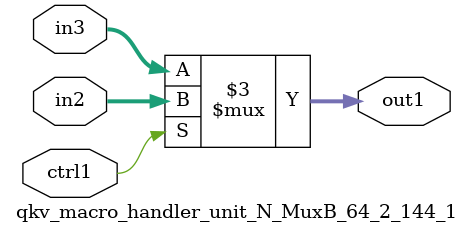
<source format=v>

`timescale 1ps / 1ps


module qkv_macro_handler_unit_N_MuxB_64_2_144_1( in3, in2, ctrl1, out1 );

    input [63:0] in3;
    input [63:0] in2;
    input ctrl1;
    output [63:0] out1;
    reg [63:0] out1;

    
    // rtl_process:qkv_macro_handler_unit_N_MuxB_64_2_144_1/qkv_macro_handler_unit_N_MuxB_64_2_144_1_thread_1
    always @*
      begin : qkv_macro_handler_unit_N_MuxB_64_2_144_1_thread_1
        case (ctrl1) 
          1'b1: 
            begin
              out1 = in2;
            end
          default: 
            begin
              out1 = in3;
            end
        endcase
      end

endmodule


</source>
